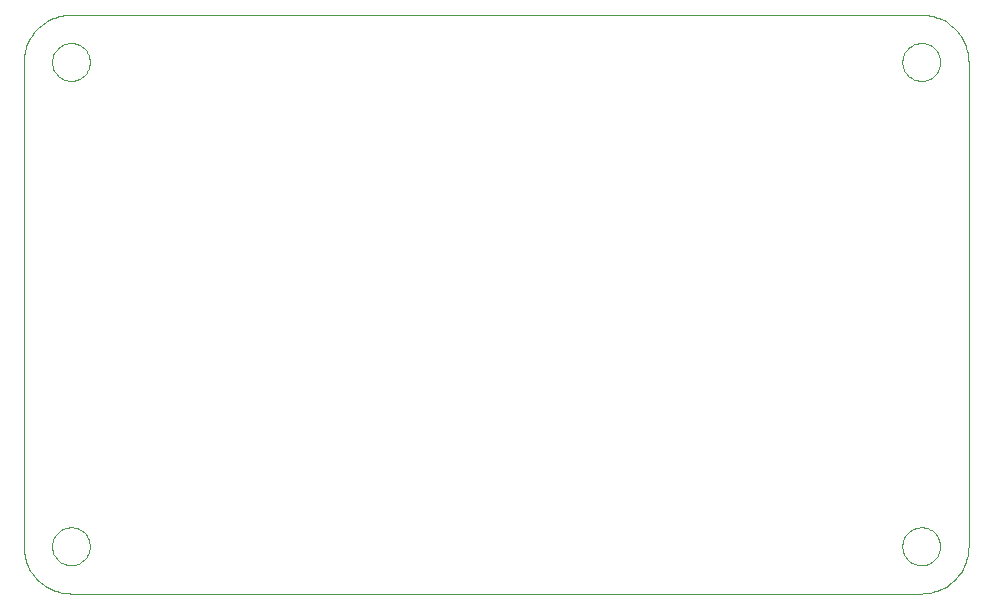
<source format=gm1>
G75*
G70*
%OFA0B0*%
%FSLAX24Y24*%
%IPPOS*%
%LPD*%
%AMOC8*
5,1,8,0,0,1.08239X$1,22.5*
%
%ADD10C,0.0000*%
D10*
X005418Y002075D02*
X005418Y018217D01*
X006363Y018217D02*
X006365Y018267D01*
X006371Y018317D01*
X006381Y018366D01*
X006395Y018414D01*
X006412Y018461D01*
X006433Y018506D01*
X006458Y018550D01*
X006486Y018591D01*
X006518Y018630D01*
X006552Y018667D01*
X006589Y018701D01*
X006629Y018731D01*
X006671Y018758D01*
X006715Y018782D01*
X006761Y018803D01*
X006808Y018819D01*
X006856Y018832D01*
X006906Y018841D01*
X006955Y018846D01*
X007006Y018847D01*
X007056Y018844D01*
X007105Y018837D01*
X007154Y018826D01*
X007202Y018811D01*
X007248Y018793D01*
X007293Y018771D01*
X007336Y018745D01*
X007377Y018716D01*
X007416Y018684D01*
X007452Y018649D01*
X007484Y018611D01*
X007514Y018571D01*
X007541Y018528D01*
X007564Y018484D01*
X007583Y018438D01*
X007599Y018390D01*
X007611Y018341D01*
X007619Y018292D01*
X007623Y018242D01*
X007623Y018192D01*
X007619Y018142D01*
X007611Y018093D01*
X007599Y018044D01*
X007583Y017996D01*
X007564Y017950D01*
X007541Y017906D01*
X007514Y017863D01*
X007484Y017823D01*
X007452Y017785D01*
X007416Y017750D01*
X007377Y017718D01*
X007336Y017689D01*
X007293Y017663D01*
X007248Y017641D01*
X007202Y017623D01*
X007154Y017608D01*
X007105Y017597D01*
X007056Y017590D01*
X007006Y017587D01*
X006955Y017588D01*
X006906Y017593D01*
X006856Y017602D01*
X006808Y017615D01*
X006761Y017631D01*
X006715Y017652D01*
X006671Y017676D01*
X006629Y017703D01*
X006589Y017733D01*
X006552Y017767D01*
X006518Y017804D01*
X006486Y017843D01*
X006458Y017884D01*
X006433Y017928D01*
X006412Y017973D01*
X006395Y018020D01*
X006381Y018068D01*
X006371Y018117D01*
X006365Y018167D01*
X006363Y018217D01*
X005418Y018217D02*
X005420Y018294D01*
X005426Y018371D01*
X005435Y018448D01*
X005448Y018524D01*
X005465Y018600D01*
X005486Y018674D01*
X005510Y018748D01*
X005538Y018820D01*
X005569Y018890D01*
X005604Y018959D01*
X005642Y019027D01*
X005683Y019092D01*
X005728Y019155D01*
X005776Y019216D01*
X005826Y019275D01*
X005879Y019331D01*
X005935Y019384D01*
X005994Y019434D01*
X006055Y019482D01*
X006118Y019527D01*
X006183Y019568D01*
X006251Y019606D01*
X006320Y019641D01*
X006390Y019672D01*
X006462Y019700D01*
X006536Y019724D01*
X006610Y019745D01*
X006686Y019762D01*
X006762Y019775D01*
X006839Y019784D01*
X006916Y019790D01*
X006993Y019792D01*
X006993Y019791D02*
X035339Y019791D01*
X034709Y018217D02*
X034711Y018267D01*
X034717Y018317D01*
X034727Y018366D01*
X034741Y018414D01*
X034758Y018461D01*
X034779Y018506D01*
X034804Y018550D01*
X034832Y018591D01*
X034864Y018630D01*
X034898Y018667D01*
X034935Y018701D01*
X034975Y018731D01*
X035017Y018758D01*
X035061Y018782D01*
X035107Y018803D01*
X035154Y018819D01*
X035202Y018832D01*
X035252Y018841D01*
X035301Y018846D01*
X035352Y018847D01*
X035402Y018844D01*
X035451Y018837D01*
X035500Y018826D01*
X035548Y018811D01*
X035594Y018793D01*
X035639Y018771D01*
X035682Y018745D01*
X035723Y018716D01*
X035762Y018684D01*
X035798Y018649D01*
X035830Y018611D01*
X035860Y018571D01*
X035887Y018528D01*
X035910Y018484D01*
X035929Y018438D01*
X035945Y018390D01*
X035957Y018341D01*
X035965Y018292D01*
X035969Y018242D01*
X035969Y018192D01*
X035965Y018142D01*
X035957Y018093D01*
X035945Y018044D01*
X035929Y017996D01*
X035910Y017950D01*
X035887Y017906D01*
X035860Y017863D01*
X035830Y017823D01*
X035798Y017785D01*
X035762Y017750D01*
X035723Y017718D01*
X035682Y017689D01*
X035639Y017663D01*
X035594Y017641D01*
X035548Y017623D01*
X035500Y017608D01*
X035451Y017597D01*
X035402Y017590D01*
X035352Y017587D01*
X035301Y017588D01*
X035252Y017593D01*
X035202Y017602D01*
X035154Y017615D01*
X035107Y017631D01*
X035061Y017652D01*
X035017Y017676D01*
X034975Y017703D01*
X034935Y017733D01*
X034898Y017767D01*
X034864Y017804D01*
X034832Y017843D01*
X034804Y017884D01*
X034779Y017928D01*
X034758Y017973D01*
X034741Y018020D01*
X034727Y018068D01*
X034717Y018117D01*
X034711Y018167D01*
X034709Y018217D01*
X035339Y019792D02*
X035416Y019790D01*
X035493Y019784D01*
X035570Y019775D01*
X035646Y019762D01*
X035722Y019745D01*
X035796Y019724D01*
X035870Y019700D01*
X035942Y019672D01*
X036012Y019641D01*
X036081Y019606D01*
X036149Y019568D01*
X036214Y019527D01*
X036277Y019482D01*
X036338Y019434D01*
X036397Y019384D01*
X036453Y019331D01*
X036506Y019275D01*
X036556Y019216D01*
X036604Y019155D01*
X036649Y019092D01*
X036690Y019027D01*
X036728Y018959D01*
X036763Y018890D01*
X036794Y018820D01*
X036822Y018748D01*
X036846Y018674D01*
X036867Y018600D01*
X036884Y018524D01*
X036897Y018448D01*
X036906Y018371D01*
X036912Y018294D01*
X036914Y018217D01*
X036914Y002075D01*
X034709Y002075D02*
X034711Y002125D01*
X034717Y002175D01*
X034727Y002224D01*
X034741Y002272D01*
X034758Y002319D01*
X034779Y002364D01*
X034804Y002408D01*
X034832Y002449D01*
X034864Y002488D01*
X034898Y002525D01*
X034935Y002559D01*
X034975Y002589D01*
X035017Y002616D01*
X035061Y002640D01*
X035107Y002661D01*
X035154Y002677D01*
X035202Y002690D01*
X035252Y002699D01*
X035301Y002704D01*
X035352Y002705D01*
X035402Y002702D01*
X035451Y002695D01*
X035500Y002684D01*
X035548Y002669D01*
X035594Y002651D01*
X035639Y002629D01*
X035682Y002603D01*
X035723Y002574D01*
X035762Y002542D01*
X035798Y002507D01*
X035830Y002469D01*
X035860Y002429D01*
X035887Y002386D01*
X035910Y002342D01*
X035929Y002296D01*
X035945Y002248D01*
X035957Y002199D01*
X035965Y002150D01*
X035969Y002100D01*
X035969Y002050D01*
X035965Y002000D01*
X035957Y001951D01*
X035945Y001902D01*
X035929Y001854D01*
X035910Y001808D01*
X035887Y001764D01*
X035860Y001721D01*
X035830Y001681D01*
X035798Y001643D01*
X035762Y001608D01*
X035723Y001576D01*
X035682Y001547D01*
X035639Y001521D01*
X035594Y001499D01*
X035548Y001481D01*
X035500Y001466D01*
X035451Y001455D01*
X035402Y001448D01*
X035352Y001445D01*
X035301Y001446D01*
X035252Y001451D01*
X035202Y001460D01*
X035154Y001473D01*
X035107Y001489D01*
X035061Y001510D01*
X035017Y001534D01*
X034975Y001561D01*
X034935Y001591D01*
X034898Y001625D01*
X034864Y001662D01*
X034832Y001701D01*
X034804Y001742D01*
X034779Y001786D01*
X034758Y001831D01*
X034741Y001878D01*
X034727Y001926D01*
X034717Y001975D01*
X034711Y002025D01*
X034709Y002075D01*
X035339Y000500D02*
X035416Y000502D01*
X035493Y000508D01*
X035570Y000517D01*
X035646Y000530D01*
X035722Y000547D01*
X035796Y000568D01*
X035870Y000592D01*
X035942Y000620D01*
X036012Y000651D01*
X036081Y000686D01*
X036149Y000724D01*
X036214Y000765D01*
X036277Y000810D01*
X036338Y000858D01*
X036397Y000908D01*
X036453Y000961D01*
X036506Y001017D01*
X036556Y001076D01*
X036604Y001137D01*
X036649Y001200D01*
X036690Y001265D01*
X036728Y001333D01*
X036763Y001402D01*
X036794Y001472D01*
X036822Y001544D01*
X036846Y001618D01*
X036867Y001692D01*
X036884Y001768D01*
X036897Y001844D01*
X036906Y001921D01*
X036912Y001998D01*
X036914Y002075D01*
X035339Y000500D02*
X006993Y000500D01*
X006363Y002075D02*
X006365Y002125D01*
X006371Y002175D01*
X006381Y002224D01*
X006395Y002272D01*
X006412Y002319D01*
X006433Y002364D01*
X006458Y002408D01*
X006486Y002449D01*
X006518Y002488D01*
X006552Y002525D01*
X006589Y002559D01*
X006629Y002589D01*
X006671Y002616D01*
X006715Y002640D01*
X006761Y002661D01*
X006808Y002677D01*
X006856Y002690D01*
X006906Y002699D01*
X006955Y002704D01*
X007006Y002705D01*
X007056Y002702D01*
X007105Y002695D01*
X007154Y002684D01*
X007202Y002669D01*
X007248Y002651D01*
X007293Y002629D01*
X007336Y002603D01*
X007377Y002574D01*
X007416Y002542D01*
X007452Y002507D01*
X007484Y002469D01*
X007514Y002429D01*
X007541Y002386D01*
X007564Y002342D01*
X007583Y002296D01*
X007599Y002248D01*
X007611Y002199D01*
X007619Y002150D01*
X007623Y002100D01*
X007623Y002050D01*
X007619Y002000D01*
X007611Y001951D01*
X007599Y001902D01*
X007583Y001854D01*
X007564Y001808D01*
X007541Y001764D01*
X007514Y001721D01*
X007484Y001681D01*
X007452Y001643D01*
X007416Y001608D01*
X007377Y001576D01*
X007336Y001547D01*
X007293Y001521D01*
X007248Y001499D01*
X007202Y001481D01*
X007154Y001466D01*
X007105Y001455D01*
X007056Y001448D01*
X007006Y001445D01*
X006955Y001446D01*
X006906Y001451D01*
X006856Y001460D01*
X006808Y001473D01*
X006761Y001489D01*
X006715Y001510D01*
X006671Y001534D01*
X006629Y001561D01*
X006589Y001591D01*
X006552Y001625D01*
X006518Y001662D01*
X006486Y001701D01*
X006458Y001742D01*
X006433Y001786D01*
X006412Y001831D01*
X006395Y001878D01*
X006381Y001926D01*
X006371Y001975D01*
X006365Y002025D01*
X006363Y002075D01*
X005418Y002075D02*
X005420Y001998D01*
X005426Y001921D01*
X005435Y001844D01*
X005448Y001768D01*
X005465Y001692D01*
X005486Y001618D01*
X005510Y001544D01*
X005538Y001472D01*
X005569Y001402D01*
X005604Y001333D01*
X005642Y001265D01*
X005683Y001200D01*
X005728Y001137D01*
X005776Y001076D01*
X005826Y001017D01*
X005879Y000961D01*
X005935Y000908D01*
X005994Y000858D01*
X006055Y000810D01*
X006118Y000765D01*
X006183Y000724D01*
X006251Y000686D01*
X006320Y000651D01*
X006390Y000620D01*
X006462Y000592D01*
X006536Y000568D01*
X006610Y000547D01*
X006686Y000530D01*
X006762Y000517D01*
X006839Y000508D01*
X006916Y000502D01*
X006993Y000500D01*
M02*

</source>
